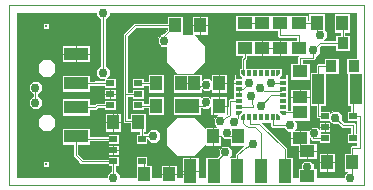
<source format=gbr>
G04 PROTEUS GERBER X2 FILE*
%TF.GenerationSoftware,Labcenter,Proteus,8.5-SP0-Build22067*%
%TF.CreationDate,2018-05-10T14:10:55+00:00*%
%TF.FileFunction,Copper,L1,Top*%
%TF.FilePolarity,Positive*%
%TF.Part,Single*%
%FSLAX45Y45*%
%MOMM*%
G01*
%TA.AperFunction,Conductor*%
%ADD10C,0.100000*%
%TA.AperFunction,ViaPad*%
%ADD11C,0.762000*%
%TA.AperFunction,SMDPad,CuDef*%
%ADD12R,2.000000X1.100000*%
%AMPPAD003*
4,1,20,
-0.063500,-0.038100,
-0.063500,0.038100,
-0.061540,0.048090,
-0.056160,0.056160,
-0.048090,0.061540,
-0.038100,0.063500,
0.038100,0.063500,
0.048090,0.061540,
0.056160,0.056160,
0.061540,0.048090,
0.063500,0.038100,
0.063500,-0.038100,
0.061540,-0.048090,
0.056160,-0.056160,
0.048090,-0.061540,
0.038100,-0.063500,
-0.038100,-0.063500,
-0.048090,-0.061540,
-0.056160,-0.056160,
-0.061540,-0.048090,
-0.063500,-0.038100,
0*%
%TA.AperFunction,WasherPad*%
%ADD13PPAD003*%
%TA.AperFunction,SMDPad,CuDef*%
%ADD14R,0.635000X0.508000*%
%ADD15R,1.016000X1.270000*%
%AMPPAD006*
4,1,5,
0.250000,0.150000,
0.250000,-0.150000,
-0.100000,-0.150000,
-0.250000,0.000000,
-0.250000,0.150000,
0.250000,0.150000,
0*%
%ADD16PPAD006*%
%ADD17R,0.550000X0.300000*%
%AMPPAD008*
4,1,5,
0.250000,-0.150000,
0.250000,0.150000,
-0.100000,0.150000,
-0.250000,0.000000,
-0.250000,-0.150000,
0.250000,-0.150000,
0*%
%ADD18PPAD008*%
%AMPPAD009*
4,1,5,
-0.150000,0.250000,
0.150000,0.250000,
0.150000,-0.100000,
0.000000,-0.250000,
-0.150000,-0.250000,
-0.150000,0.250000,
0*%
%ADD19PPAD009*%
%ADD70R,0.300000X0.550000*%
%AMPPAD011*
4,1,5,
0.150000,0.250000,
-0.150000,0.250000,
-0.150000,-0.100000,
0.000000,-0.250000,
0.150000,-0.250000,
0.150000,0.250000,
0*%
%ADD71PPAD011*%
%AMPPAD012*
4,1,5,
-0.250000,-0.150000,
-0.250000,0.150000,
0.100000,0.150000,
0.250000,0.000000,
0.250000,-0.150000,
-0.250000,-0.150000,
0*%
%ADD20PPAD012*%
%AMPPAD013*
4,1,5,
-0.250000,0.150000,
-0.250000,-0.150000,
0.100000,-0.150000,
0.250000,0.000000,
0.250000,0.150000,
-0.250000,0.150000,
0*%
%ADD21PPAD013*%
%AMPPAD014*
4,1,5,
0.150000,-0.250000,
-0.150000,-0.250000,
-0.150000,0.100000,
0.000000,0.250000,
0.150000,0.250000,
0.150000,-0.250000,
0*%
%ADD22PPAD014*%
%AMPPAD015*
4,1,5,
-0.150000,-0.250000,
0.150000,-0.250000,
0.150000,0.100000,
0.000000,0.250000,
-0.150000,0.250000,
-0.150000,-0.250000,
0*%
%ADD23PPAD015*%
%ADD24R,0.889000X1.016000*%
%ADD25R,1.016000X2.540000*%
%ADD26R,1.270000X1.016000*%
%ADD27R,1.100000X2.000000*%
%TA.AperFunction,Profile*%
%ADD28C,0.101600*%
G36*
X+1446500Y+317999D02*
X+1361831Y+317999D01*
X+1361831Y+181001D01*
X+1371501Y+181001D01*
X+1371501Y-94699D01*
X+1394141Y-94699D01*
X+1394141Y-130381D01*
X+1367391Y-130381D01*
X+1367391Y-216579D01*
X+1446500Y-216579D01*
X+1446500Y-320881D01*
X+1439539Y-320881D01*
X+1439539Y-244599D01*
X+1426241Y-231301D01*
X+1342901Y-231301D01*
X+1325506Y-213906D01*
X+1325799Y-213613D01*
X+1325799Y-167387D01*
X+1293113Y-134701D01*
X+1246887Y-134701D01*
X+1227529Y-154059D01*
X+1227529Y-130381D01*
X+1147739Y-130381D01*
X+1147739Y-94699D01*
X+1193539Y-94699D01*
X+1193539Y+181001D01*
X+1298169Y+181001D01*
X+1298169Y+317999D01*
X+1173871Y+317999D01*
X+1173871Y+272199D01*
X+1115639Y+272199D01*
X+1102341Y+258901D01*
X+1102341Y+194699D01*
X+1056541Y+194699D01*
X+1056541Y-94699D01*
X+1102341Y-94699D01*
X+1102341Y-182881D01*
X+1115639Y-196179D01*
X+1128631Y-196179D01*
X+1128631Y-216579D01*
X+1217167Y-216579D01*
X+1224949Y-224361D01*
X+1128631Y-224361D01*
X+1128631Y-284047D01*
X+1113376Y-268792D01*
X+1067150Y-268792D01*
X+1044441Y-291501D01*
X+930411Y-291501D01*
X+944799Y-277113D01*
X+944799Y-230887D01*
X+929051Y-215139D01*
X+1051199Y-215139D01*
X+1051199Y+55139D01*
X+888801Y+55139D01*
X+888801Y-123941D01*
X+870199Y-123941D01*
X+870199Y+132699D01*
X+867699Y+132699D01*
X+867699Y+182699D01*
X+820199Y+182699D01*
X+820199Y+230199D01*
X+770199Y+230199D01*
X+770199Y+232699D01*
X+512274Y+232699D01*
X+512274Y+293542D01*
X+522699Y+303967D01*
X+522699Y+331501D01*
X+568801Y+331501D01*
X+568801Y+328141D01*
X+731199Y+328141D01*
X+731199Y+331501D01*
X+951901Y+331501D01*
X+947301Y+326901D01*
X+947301Y+268499D01*
X+888801Y+268499D01*
X+888801Y+131501D01*
X+1051199Y+131501D01*
X+1051199Y+268499D01*
X+992699Y+268499D01*
X+992699Y+294801D01*
X+1088902Y+294801D01*
X+1102199Y+308098D01*
X+1102199Y+325201D01*
X+1102613Y+325201D01*
X+1135299Y+357887D01*
X+1135299Y+404113D01*
X+1135006Y+404406D01*
X+1147901Y+417301D01*
X+1267851Y+417301D01*
X+1267851Y+371501D01*
X+1392149Y+371501D01*
X+1392149Y+508499D01*
X+1352699Y+508499D01*
X+1352699Y+528801D01*
X+1391859Y+528801D01*
X+1391859Y+691199D01*
X+1254861Y+691199D01*
X+1254861Y+528801D01*
X+1307301Y+528801D01*
X+1307301Y+508499D01*
X+1267851Y+508499D01*
X+1267851Y+462699D01*
X+1176611Y+462699D01*
X+1198799Y+484887D01*
X+1198799Y+531113D01*
X+1178499Y+551413D01*
X+1178499Y+691199D01*
X+1041501Y+691199D01*
X+1041501Y+636059D01*
X+1041199Y+636059D01*
X+1041199Y+681859D01*
X+718801Y+681859D01*
X+718801Y+678499D01*
X+581199Y+678499D01*
X+581199Y+681859D01*
X+418801Y+681859D01*
X+418801Y+544861D01*
X+568801Y+544861D01*
X+568801Y+541501D01*
X+731199Y+541501D01*
X+731199Y+544861D01*
X+777301Y+544861D01*
X+777301Y+498599D01*
X+790599Y+485301D01*
X+937301Y+485301D01*
X+937301Y+468499D01*
X+718801Y+468499D01*
X+718801Y+465139D01*
X+581199Y+465139D01*
X+581199Y+468499D01*
X+418801Y+468499D01*
X+418801Y+331501D01*
X+477301Y+331501D01*
X+477301Y+322769D01*
X+466876Y+312344D01*
X+466876Y+230199D01*
X+454801Y+230199D01*
X+454801Y+182699D01*
X+407301Y+182699D01*
X+407301Y+132699D01*
X+404801Y+132699D01*
X+404801Y-27753D01*
X+369027Y-28205D01*
X+355971Y-41117D01*
X+353487Y-152887D01*
X+348499Y-156269D01*
X+348499Y-8801D01*
X+211501Y-8801D01*
X+211501Y-22589D01*
X+193113Y-4201D01*
X+146887Y-4201D01*
X+135139Y-15949D01*
X+135139Y-8801D01*
X-105139Y-8801D01*
X-105139Y-171199D01*
X+135139Y-171199D01*
X+135139Y-112699D01*
X+143787Y-112699D01*
X+146887Y-115799D01*
X+193113Y-115799D01*
X+211501Y-97411D01*
X+211501Y-171199D01*
X+266331Y-171199D01*
X+238689Y-198841D01*
X+238689Y-245067D01*
X+262423Y-268801D01*
X+162641Y-268801D01*
X+162641Y-275479D01*
X+69463Y-182301D01*
X-69463Y-182301D01*
X-167699Y-280537D01*
X-167699Y-419463D01*
X-69463Y-517699D01*
X+69463Y-517699D01*
X+162641Y-424521D01*
X+162641Y-431199D01*
X+299639Y-431199D01*
X+299639Y-343911D01*
X+329027Y-373299D01*
X+375253Y-373299D01*
X+375853Y-372699D01*
X+376001Y-372699D01*
X+376001Y-431199D01*
X+484701Y-431199D01*
X+417301Y-498599D01*
X+417301Y-522301D01*
X+376045Y-522301D01*
X+391454Y-506892D01*
X+391454Y-460666D01*
X+358768Y-427980D01*
X+312542Y-427980D01*
X+279856Y-460666D01*
X+279856Y-506892D01*
X+280149Y-507185D01*
X+265033Y-522301D01*
X+167301Y-522301D01*
X+167301Y-696500D01*
X+112699Y-696500D01*
X+112699Y-522301D01*
X-32699Y-522301D01*
X-32699Y-696500D01*
X-68141Y-696500D01*
X-68141Y-588801D01*
X-205139Y-588801D01*
X-205139Y-696500D01*
X-281501Y-696500D01*
X-281501Y-588801D01*
X-321791Y-588801D01*
X-321791Y-517401D01*
X-420689Y-517401D01*
X-420689Y-603599D01*
X-418499Y-603599D01*
X-418499Y-696500D01*
X-554201Y-696500D01*
X-554201Y-675387D01*
X-586887Y-642701D01*
X-587301Y-642701D01*
X-587301Y-603599D01*
X-560551Y-603599D01*
X-560551Y-517401D01*
X-659449Y-517401D01*
X-659449Y-537696D01*
X-870582Y-537318D01*
X-907301Y-500599D01*
X-907301Y-422699D01*
X-812301Y-422699D01*
X-812301Y-392700D01*
X-659449Y-392700D01*
X-659449Y-413099D01*
X-560551Y-413099D01*
X-560551Y-326901D01*
X-659449Y-326901D01*
X-659449Y-347302D01*
X-812301Y-347302D01*
X-812301Y-277301D01*
X-1047699Y-277301D01*
X-1047699Y-422699D01*
X-952699Y-422699D01*
X-952699Y-519401D01*
X-889419Y-582681D01*
X-659449Y-583122D01*
X-659449Y-603599D01*
X-632699Y-603599D01*
X-632699Y-642701D01*
X-633113Y-642701D01*
X-665799Y-675387D01*
X-665799Y-696500D01*
X-1426500Y-696500D01*
X-1426500Y+696500D01*
X-754299Y+696500D01*
X-754299Y+675387D01*
X-721613Y+642701D01*
X-721199Y+642701D01*
X-721199Y+246299D01*
X-721613Y+246299D01*
X-754299Y+213613D01*
X-754299Y+167387D01*
X-721613Y+134701D01*
X-689449Y+134701D01*
X-689449Y+126679D01*
X-767424Y+126678D01*
X-771403Y+122699D01*
X-812301Y+122699D01*
X-812301Y+172699D01*
X-1047699Y+172699D01*
X-1047699Y+27301D01*
X-812301Y+27301D01*
X-812301Y+77301D01*
X-752597Y+77301D01*
X-748618Y+81280D01*
X-689449Y+81281D01*
X-689449Y+60881D01*
X-590551Y+60881D01*
X-590551Y+147079D01*
X-663009Y+147079D01*
X-642701Y+167387D01*
X-642701Y+213613D01*
X-675387Y+246299D01*
X-675801Y+246299D01*
X-675801Y+642701D01*
X-675387Y+642701D01*
X-642701Y+675387D01*
X-642701Y+696500D01*
X+1446500Y+696500D01*
X+1446500Y+317999D01*
G37*
%LPC*%
G36*
X-812301Y-77301D02*
X-771403Y-77301D01*
X-757923Y-63821D01*
X-689449Y-63821D01*
X-689449Y-43421D01*
X-590551Y-43421D01*
X-590551Y-129619D01*
X-689449Y-129619D01*
X-689449Y-109219D01*
X-739117Y-109219D01*
X-752597Y-122699D01*
X-812301Y-122699D01*
X-812301Y-172699D01*
X-1047699Y-172699D01*
X-1047699Y-27301D01*
X-812301Y-27301D01*
X-812301Y-77301D01*
G37*
G36*
X-1047699Y+277301D02*
X-1047699Y+422699D01*
X-812301Y+422699D01*
X-812301Y+277301D01*
X-1047699Y+277301D01*
G37*
G36*
X-1149887Y-302699D02*
X-1210113Y-302699D01*
X-1252699Y-260113D01*
X-1252699Y-199887D01*
X-1210113Y-157301D01*
X-1149887Y-157301D01*
X-1107301Y-199887D01*
X-1107301Y-260113D01*
X-1149887Y-302699D01*
G37*
G36*
X-1149887Y+157301D02*
X-1210113Y+157301D01*
X-1252699Y+199887D01*
X-1252699Y+260113D01*
X-1210113Y+302699D01*
X-1149887Y+302699D01*
X-1107301Y+260113D01*
X-1107301Y+199887D01*
X-1149887Y+157301D01*
G37*
G36*
X-1204049Y-609049D02*
X-1204049Y-560951D01*
X-1155951Y-560951D01*
X-1155951Y-609049D01*
X-1204049Y-609049D01*
G37*
G36*
X-1204049Y+560951D02*
X-1204049Y+609049D01*
X-1155951Y+609049D01*
X-1155951Y+560951D01*
X-1204049Y+560951D01*
G37*
G36*
X-590551Y+53099D02*
X-590551Y-33099D01*
X-689449Y-33099D01*
X-689449Y+53099D01*
X-590551Y+53099D01*
G37*
G36*
X-181501Y-171199D02*
X-318499Y-171199D01*
X-318499Y-112699D01*
X-351791Y-112699D01*
X-351791Y-129619D01*
X-450689Y-129619D01*
X-450689Y-43421D01*
X-351791Y-43421D01*
X-351791Y-67301D01*
X-318499Y-67301D01*
X-318499Y-8801D01*
X-181501Y-8801D01*
X-181501Y-171199D01*
G37*
G36*
X+191859Y+508801D02*
X+78361Y+508801D01*
X+167699Y+419463D01*
X+167699Y+280537D01*
X+69463Y+182301D01*
X-69463Y+182301D01*
X-167699Y+280537D01*
X-167699Y+405440D01*
X-203442Y+405440D01*
X-236128Y+438126D01*
X-236128Y+484352D01*
X-203442Y+517038D01*
X-195062Y+517038D01*
X-158499Y+553601D01*
X-158499Y+567301D01*
X-416599Y+567301D01*
X-485301Y+498599D01*
X-485301Y+30159D01*
X-450689Y+30159D01*
X-450689Y+50559D01*
X-351791Y+50559D01*
X-351791Y-35639D01*
X-450689Y-35639D01*
X-450689Y-15240D01*
X-453901Y-15240D01*
X-453902Y-15239D01*
X-485301Y-15239D01*
X-485301Y-194761D01*
X-468499Y-194761D01*
X-468499Y-148801D01*
X-331501Y-148801D01*
X-331501Y-311199D01*
X-348541Y-311199D01*
X-348541Y-323306D01*
X-327172Y-323306D01*
X-327172Y-322892D01*
X-294486Y-290206D01*
X-248260Y-290206D01*
X-215574Y-322892D01*
X-215574Y-369118D01*
X-248260Y-401804D01*
X-294486Y-401804D01*
X-321791Y-374499D01*
X-321791Y-413099D01*
X-420689Y-413099D01*
X-420689Y-326901D01*
X-393939Y-326901D01*
X-393939Y-311199D01*
X-468499Y-311199D01*
X-468499Y-240159D01*
X-517401Y-240159D01*
X-530699Y-226861D01*
X-530699Y+517401D01*
X-435401Y+612699D01*
X-158499Y+612699D01*
X-158499Y+671199D01*
X-21501Y+671199D01*
X-21501Y+517699D01*
X+54861Y+517699D01*
X+54861Y+671199D01*
X+191859Y+671199D01*
X+191859Y+508801D01*
G37*
G36*
X-181501Y+18801D02*
X-318499Y+18801D01*
X-318499Y+77301D01*
X-351791Y+77301D01*
X-351791Y+60881D01*
X-450689Y+60881D01*
X-450689Y+147079D01*
X-351791Y+147079D01*
X-351791Y+122699D01*
X-318499Y+122699D01*
X-318499Y+181199D01*
X-181501Y+181199D01*
X-181501Y+18801D01*
G37*
G36*
X+351859Y+18801D02*
X+214861Y+18801D01*
X+214861Y+47049D01*
X+200913Y+33101D01*
X+154687Y+33101D01*
X+138499Y+49289D01*
X+138499Y+18801D01*
X-105139Y+18801D01*
X-105139Y+181199D01*
X+138499Y+181199D01*
X+138499Y+128511D01*
X+154687Y+144699D01*
X+200913Y+144699D01*
X+214861Y+130751D01*
X+214861Y+181199D01*
X+351859Y+181199D01*
X+351859Y+18801D01*
G37*
G36*
X-544861Y-311199D02*
X-681859Y-311199D01*
X-681859Y-148801D01*
X-544861Y-148801D01*
X-544861Y-311199D01*
G37*
G36*
X-560551Y-420881D02*
X-560551Y-507079D01*
X-659449Y-507079D01*
X-659449Y-420881D01*
X-560551Y-420881D01*
G37*
G36*
X-1214201Y+86613D02*
X-1214201Y+40387D01*
X-1246887Y+7701D01*
X-1247301Y+7701D01*
X-1247301Y-7701D01*
X-1246887Y-7701D01*
X-1214201Y-40387D01*
X-1214201Y-86613D01*
X-1246887Y-119299D01*
X-1293113Y-119299D01*
X-1325799Y-86613D01*
X-1325799Y-40387D01*
X-1293113Y-7701D01*
X-1292699Y-7701D01*
X-1292699Y+7701D01*
X-1293113Y+7701D01*
X-1325799Y+40387D01*
X-1325799Y+86613D01*
X-1293113Y+119299D01*
X-1246887Y+119299D01*
X-1214201Y+86613D01*
G37*
G36*
X-262810Y-644962D02*
X-262810Y-625038D01*
X-248722Y-610950D01*
X-228798Y-610950D01*
X-214710Y-625038D01*
X-214710Y-644962D01*
X-228798Y-659050D01*
X-248722Y-659050D01*
X-262810Y-644962D01*
G37*
G36*
X+945950Y+80038D02*
X+945950Y+99962D01*
X+960038Y+114050D01*
X+979962Y+114050D01*
X+994050Y+99962D01*
X+994050Y+80038D01*
X+979962Y+65950D01*
X+960038Y+65950D01*
X+945950Y+80038D01*
G37*
G36*
X+1060530Y-228402D02*
X+1060530Y-208478D01*
X+1074618Y-194390D01*
X+1094542Y-194390D01*
X+1108630Y-208478D01*
X+1108630Y-228402D01*
X+1094542Y-242490D01*
X+1074618Y-242490D01*
X+1060530Y-228402D01*
G37*
%LPD*%
G36*
X+1246887Y-246299D02*
X+1293113Y-246299D01*
X+1293406Y-246006D01*
X+1324099Y-276699D01*
X+1394141Y-276699D01*
X+1394141Y-320881D01*
X+1367391Y-320881D01*
X+1367391Y-407079D01*
X+1446500Y-407079D01*
X+1446500Y-421801D01*
X+1403959Y-421801D01*
X+1390661Y-435099D01*
X+1390661Y-488801D01*
X+1344861Y-488801D01*
X+1344861Y-651199D01*
X+1365389Y-651199D01*
X+1341201Y-675387D01*
X+1341201Y-696500D01*
X+1111199Y-696500D01*
X+1111199Y-614861D01*
X+1085799Y-614861D01*
X+1085799Y-586887D01*
X+1053113Y-554201D01*
X+1006887Y-554201D01*
X+974201Y-586887D01*
X+974201Y-614861D01*
X+948801Y-614861D01*
X+948801Y-696500D01*
X+912699Y-696500D01*
X+912699Y-522301D01*
X+862699Y-522301D01*
X+862699Y-450599D01*
X+644799Y-232699D01*
X+714802Y-232699D01*
X+714802Y-263401D01*
X+728100Y-276699D01*
X+833201Y-276699D01*
X+833201Y-277113D01*
X+865887Y-309799D01*
X+888801Y-309799D01*
X+888801Y-428499D01*
X+948801Y-428499D01*
X+948801Y-538499D01*
X+1111199Y-538499D01*
X+1111199Y-401501D01*
X+1051199Y-401501D01*
X+1051199Y-364439D01*
X+1054827Y-368067D01*
X+1054644Y-368829D01*
X+1068272Y-386679D01*
X+1128631Y-386679D01*
X+1128631Y-407079D01*
X+1227529Y-407079D01*
X+1227529Y-320881D01*
X+1146062Y-320881D01*
X+1146062Y-310559D01*
X+1227529Y-310559D01*
X+1227529Y-226941D01*
X+1246887Y-246299D01*
G37*
%LPC*%
G36*
X+1268499Y-651199D02*
X+1131501Y-651199D01*
X+1131501Y-488801D01*
X+1268499Y-488801D01*
X+1268499Y-651199D01*
G37*
%LPD*%
D10*
X-930000Y+100000D02*
X-762000Y+100000D01*
X-758021Y+103979D01*
X-640000Y+103980D01*
X-640000Y+103979D01*
X-930000Y-100000D02*
X-762000Y-100000D01*
X-748520Y-86520D01*
X-640000Y-86520D01*
X-401240Y-86520D02*
X-401240Y-90000D01*
X-250000Y-90000D01*
X-401240Y+103980D02*
X-401240Y+100000D01*
X-250000Y+100000D01*
X-371240Y-560500D02*
X-350000Y-560500D01*
X-350000Y-670000D01*
X+1125040Y+50000D02*
X+1125040Y+249500D01*
X+1236020Y+249500D01*
X+1125040Y+50000D02*
X+1125040Y-173480D01*
X+1178080Y-173480D01*
X+1110000Y+610000D02*
X+1110000Y+613360D01*
X+960000Y+613360D01*
X+960000Y+400000D02*
X+960000Y+508000D01*
X+800000Y+508000D01*
X+800000Y+613360D01*
X-1270000Y+63500D02*
X-1270000Y-63500D01*
X+487500Y+187500D02*
X+487500Y+187499D01*
X+500000Y+400000D02*
X+500000Y+313368D01*
X+489575Y+302943D01*
X+489575Y+189575D01*
X+487500Y+187500D01*
X+825000Y-150000D02*
X+825000Y-146640D01*
X+970000Y-146640D01*
X+650000Y+610000D02*
X+650000Y+613360D01*
X+500000Y+613360D01*
X+1330000Y+440000D02*
X+1138500Y+440000D01*
X+1079500Y+381000D01*
X+1079500Y+317500D02*
X+970000Y+317500D01*
X+970000Y+200000D01*
X+1330000Y+440000D02*
X+1330000Y+610000D01*
X+1323360Y+610000D01*
X+1079500Y+317500D02*
X+1079500Y+381000D01*
X-508000Y+7460D02*
X-508000Y+508000D01*
X-426000Y+590000D01*
X-90000Y+590000D01*
X-400000Y-230000D02*
X-400000Y-217460D01*
X-508000Y-217460D01*
X-508000Y+7460D01*
X-444500Y+7460D02*
X-508000Y+7460D01*
X-400000Y-230000D02*
X-371240Y-230000D01*
X-371240Y-370000D01*
X-401240Y+7460D02*
X-401240Y+7459D01*
X-444500Y+7459D01*
X-444500Y+7460D01*
X+737500Y-187500D02*
X+737501Y-187500D01*
X+537500Y-187500D02*
X+544115Y-194115D01*
X+544115Y-242120D01*
X+622120Y-242120D01*
X+840000Y-460000D01*
X+840000Y-640000D01*
X-640000Y+10000D02*
X-583250Y+9999D01*
X-583250Y-230000D01*
X-613360Y-230000D01*
X-640000Y+10000D02*
X-640000Y+48259D01*
X-571500Y+48259D01*
X-571500Y+635000D01*
X-508000Y+698500D01*
X+123360Y+698500D01*
X+123360Y+590000D01*
X-640000Y+9999D02*
X-640000Y+10000D01*
X-1055000Y+9999D01*
X-1055000Y+350000D01*
X-930000Y+350000D01*
X+800000Y+400000D02*
X+800000Y+317500D01*
X+879500Y+238000D01*
X+879500Y-13360D01*
X+970000Y-13360D01*
X-508000Y-463981D02*
X-610000Y-463980D01*
X-610000Y-463981D01*
X+123360Y+590000D02*
X+264860Y+590000D01*
X+346860Y+508000D01*
X+280000Y-90000D02*
X+280000Y+100000D01*
X+283360Y+100000D01*
X+650000Y+396640D02*
X+650000Y+508000D01*
X+346860Y+508000D01*
X+283360Y+100000D02*
X+283360Y+100001D01*
X+346860Y+508000D02*
X+283360Y+444500D01*
X+283360Y+100001D01*
X+381000Y+100001D01*
X+381001Y+100000D01*
X+450000Y+100000D01*
X-136640Y-670000D02*
X+10000Y-670000D01*
X+40000Y-640000D01*
X-698500Y+698500D02*
X-698500Y+190500D01*
X+487500Y-187500D02*
X+487501Y-187500D01*
X+450000Y-150000D02*
X+450001Y-150000D01*
X+66640Y-90000D02*
X-36640Y-90000D01*
X-930000Y-355000D02*
X-930000Y-350000D01*
X+1416840Y-173480D02*
X+1416840Y+50000D01*
X+1440000Y+50000D01*
X+1413360Y-570000D02*
X+1413360Y-444500D01*
X+1476755Y-444500D01*
X+1476755Y-173480D01*
X+1416840Y-173480D01*
X-698500Y-370001D02*
X-610000Y-370000D01*
X-610000Y-370001D01*
X+650000Y+396640D02*
X+796640Y+396640D01*
X+800000Y+400000D01*
X+1200000Y-570000D02*
X+1333500Y-570000D01*
X+1333500Y-320000D01*
X+1280000Y-270000D01*
X+1178080Y-267460D01*
X-930000Y-370001D02*
X-930000Y-355000D01*
X-698500Y-370001D02*
X-930000Y-370001D01*
X-610000Y-560500D02*
X-880000Y-560000D01*
X-930000Y-510000D01*
X-930000Y-370001D01*
X-610000Y-560500D02*
X-610000Y-698500D01*
X+1397000Y-698500D02*
X+1413360Y-682140D01*
X+1413360Y-570000D01*
X-508000Y-463981D02*
X-508000Y-290000D01*
X-550000Y-230000D01*
X-583250Y-230000D01*
X-36640Y+100000D02*
X+70000Y+100000D01*
X+970000Y-360000D02*
X+970000Y-410000D01*
X+1030000Y-470000D01*
X+1090000Y-267460D02*
X+1178080Y-267460D01*
X+1090000Y-267460D02*
X+970000Y-267460D01*
X+970000Y-360000D01*
X+825000Y+0D02*
X+726114Y+0D01*
X+637672Y-88442D01*
X+335655Y-483779D02*
X+240000Y-579434D01*
X+240000Y-630000D01*
X+240000Y-640000D01*
X+240000Y-579434D02*
X+240000Y-570000D01*
X+240000Y-579434D02*
X+240000Y-570000D01*
X+280000Y-90000D02*
X+231140Y-90000D01*
X+231140Y-350000D01*
X+640000Y-640000D02*
X+640000Y-317500D01*
X+590000Y-270000D01*
X+525780Y-269240D01*
X+508000Y-254000D01*
X+490000Y-240000D01*
X+487500Y-187500D01*
X-271373Y-346005D02*
X-347245Y-346005D01*
X-371240Y-370000D01*
X+450000Y+50000D02*
X+450000Y+0D01*
X+450000Y-100000D02*
X+571500Y-100000D01*
X+553720Y-5080D01*
X+177800Y+88900D02*
X+70000Y+63500D01*
X+70000Y+100000D01*
X+1030000Y-683360D02*
X+1030000Y-610000D01*
X+723900Y+104140D02*
X+825000Y+100000D01*
X+444500Y-350000D02*
X+364840Y-350000D01*
X+352140Y-337300D01*
X+352140Y-317500D01*
X-238760Y-635000D02*
X-254000Y-571500D01*
X-361519Y-463981D01*
X-508000Y-463981D01*
X-136640Y-670000D02*
X-219000Y-670000D01*
X-238760Y-635000D01*
X+440000Y-640000D02*
X+440000Y-508000D01*
X+503500Y-444500D01*
X+571500Y-414020D01*
X+410000Y-230000D02*
X+445161Y-190500D01*
X+445161Y-150000D01*
X+450000Y-150000D01*
X+1416840Y-363980D02*
X+1416840Y-254000D01*
X+1333500Y-254000D01*
X+1270000Y-190500D01*
X+889000Y-254000D02*
X+737501Y-254000D01*
X+737500Y-187500D01*
X+1110000Y+610000D02*
X+1110000Y+520700D01*
X+1122700Y+508000D01*
X+1143000Y+508000D01*
X+1090263Y-324591D02*
X+1079500Y-363980D01*
X+1178080Y-363980D01*
X+970000Y-13360D02*
X+970000Y+90000D01*
X+1084580Y-218440D02*
X+1087603Y-265063D01*
X+1090000Y-267460D01*
X+66640Y-90000D02*
X+164000Y-90000D01*
X+170000Y-60000D01*
X+294488Y-221954D02*
X+375920Y-165100D01*
X+378460Y-50800D01*
X+450000Y-50000D01*
X+635000Y+63500D02*
X+662940Y+35560D01*
X+810560Y+35560D01*
X+825000Y+50000D01*
X+450000Y+50000D02*
X+483532Y+50000D01*
X+533936Y+100404D01*
X-180329Y+461239D02*
X-180329Y+499671D01*
X-90000Y+590000D01*
D11*
X-1270000Y-63500D03*
X-1270000Y+63500D03*
X+1079500Y+381000D03*
X-698500Y+190500D03*
X+1397000Y-698500D03*
X-610000Y-698500D03*
X+637672Y-88442D03*
X+335655Y-483779D03*
X-271373Y-346005D03*
X+553720Y-5080D03*
X+177800Y+88900D03*
X+1030000Y-610000D03*
X-698500Y+698500D03*
X+723900Y+104140D03*
X+352140Y-317500D03*
X-238760Y-635000D03*
X+571500Y-414020D03*
X+410000Y-230000D03*
X+1270000Y-190500D03*
X+889000Y-254000D03*
X+1143000Y+508000D03*
X+1090263Y-324591D03*
X+970000Y+90000D03*
X+1084580Y-218440D03*
X+170000Y-60000D03*
X+294488Y-221954D03*
X+635000Y+63500D03*
X+533936Y+100404D03*
X-180329Y+461239D03*
D10*
X+1446500Y+317999D02*
X+1361831Y+317999D01*
X+1361831Y+181001D01*
X+1371501Y+181001D01*
X+1371501Y-94699D01*
X+1394141Y-94699D01*
X+1394141Y-130381D01*
X+1367391Y-130381D01*
X+1367391Y-216579D01*
X+1446500Y-216579D01*
X+1446500Y-320881D01*
X+1439539Y-320881D01*
X+1439539Y-244599D01*
X+1426241Y-231301D01*
X+1342901Y-231301D01*
X+1325506Y-213906D01*
X+1325799Y-213613D01*
X+1325799Y-167387D01*
X+1293113Y-134701D01*
X+1246887Y-134701D01*
X+1227529Y-154059D01*
X+1227529Y-130381D01*
X+1147739Y-130381D01*
X+1147739Y-94699D01*
X+1193539Y-94699D01*
X+1193539Y+181001D01*
X+1298169Y+181001D01*
X+1298169Y+317999D01*
X+1173871Y+317999D01*
X+1173871Y+272199D01*
X+1115639Y+272199D01*
X+1102341Y+258901D01*
X+1102341Y+194699D01*
X+1056541Y+194699D01*
X+1056541Y-94699D01*
X+1102341Y-94699D01*
X+1102341Y-182881D01*
X+1115639Y-196179D01*
X+1128631Y-196179D01*
X+1128631Y-216579D01*
X+1217167Y-216579D01*
X+1224949Y-224361D01*
X+1128631Y-224361D01*
X+1128631Y-284047D01*
X+1113376Y-268792D01*
X+1067150Y-268792D01*
X+1044441Y-291501D01*
X+930411Y-291501D01*
X+944799Y-277113D01*
X+944799Y-230887D01*
X+929051Y-215139D01*
X+1051199Y-215139D01*
X+1051199Y+55139D01*
X+888801Y+55139D01*
X+888801Y-123941D01*
X+870199Y-123941D01*
X+870199Y+132699D01*
X+867699Y+132699D01*
X+867699Y+182699D01*
X+820199Y+182699D01*
X+820199Y+230199D01*
X+770199Y+230199D01*
X+770199Y+232699D01*
X+512274Y+232699D01*
X+512274Y+293542D01*
X+522699Y+303967D01*
X+522699Y+331501D01*
X+568801Y+331501D01*
X+568801Y+328141D01*
X+731199Y+328141D01*
X+731199Y+331501D01*
X+951901Y+331501D01*
X+947301Y+326901D01*
X+947301Y+268499D01*
X+888801Y+268499D01*
X+888801Y+131501D01*
X+1051199Y+131501D01*
X+1051199Y+268499D01*
X+992699Y+268499D01*
X+992699Y+294801D01*
X+1088902Y+294801D01*
X+1102199Y+308098D01*
X+1102199Y+325201D01*
X+1102613Y+325201D01*
X+1135299Y+357887D01*
X+1135299Y+404113D01*
X+1135006Y+404406D01*
X+1147901Y+417301D01*
X+1267851Y+417301D01*
X+1267851Y+371501D01*
X+1392149Y+371501D01*
X+1392149Y+508499D01*
X+1352699Y+508499D01*
X+1352699Y+528801D01*
X+1391859Y+528801D01*
X+1391859Y+691199D01*
X+1254861Y+691199D01*
X+1254861Y+528801D01*
X+1307301Y+528801D01*
X+1307301Y+508499D01*
X+1267851Y+508499D01*
X+1267851Y+462699D01*
X+1176611Y+462699D01*
X+1198799Y+484887D01*
X+1198799Y+531113D01*
X+1178499Y+551413D01*
X+1178499Y+691199D01*
X+1041501Y+691199D01*
X+1041501Y+636059D01*
X+1041199Y+636059D01*
X+1041199Y+681859D01*
X+718801Y+681859D01*
X+718801Y+678499D01*
X+581199Y+678499D01*
X+581199Y+681859D01*
X+418801Y+681859D01*
X+418801Y+544861D01*
X+568801Y+544861D01*
X+568801Y+541501D01*
X+731199Y+541501D01*
X+731199Y+544861D01*
X+777301Y+544861D01*
X+777301Y+498599D01*
X+790599Y+485301D01*
X+937301Y+485301D01*
X+937301Y+468499D01*
X+718801Y+468499D01*
X+718801Y+465139D01*
X+581199Y+465139D01*
X+581199Y+468499D01*
X+418801Y+468499D01*
X+418801Y+331501D01*
X+477301Y+331501D01*
X+477301Y+322769D01*
X+466876Y+312344D01*
X+466876Y+230199D01*
X+454801Y+230199D01*
X+454801Y+182699D01*
X+407301Y+182699D01*
X+407301Y+132699D01*
X+404801Y+132699D01*
X+404801Y-27753D01*
X+369027Y-28205D01*
X+355971Y-41117D01*
X+353487Y-152887D01*
X+348499Y-156269D01*
X+348499Y-8801D01*
X+211501Y-8801D01*
X+211501Y-22589D01*
X+193113Y-4201D01*
X+146887Y-4201D01*
X+135139Y-15949D01*
X+135139Y-8801D01*
X-105139Y-8801D01*
X-105139Y-171199D01*
X+135139Y-171199D01*
X+135139Y-112699D01*
X+143787Y-112699D01*
X+146887Y-115799D01*
X+193113Y-115799D01*
X+211501Y-97411D01*
X+211501Y-171199D01*
X+266331Y-171199D01*
X+238689Y-198841D01*
X+238689Y-245067D01*
X+262423Y-268801D01*
X+162641Y-268801D01*
X+162641Y-275479D01*
X+69463Y-182301D01*
X-69463Y-182301D01*
X-167699Y-280537D01*
X-167699Y-419463D01*
X-69463Y-517699D01*
X+69463Y-517699D01*
X+162641Y-424521D01*
X+162641Y-431199D01*
X+299639Y-431199D01*
X+299639Y-343911D01*
X+329027Y-373299D01*
X+375253Y-373299D01*
X+375853Y-372699D01*
X+376001Y-372699D01*
X+376001Y-431199D01*
X+484701Y-431199D01*
X+417301Y-498599D01*
X+417301Y-522301D01*
X+376045Y-522301D01*
X+391454Y-506892D01*
X+391454Y-460666D01*
X+358768Y-427980D01*
X+312542Y-427980D01*
X+279856Y-460666D01*
X+279856Y-506892D01*
X+280149Y-507185D01*
X+265033Y-522301D01*
X+167301Y-522301D01*
X+167301Y-696500D01*
X+112699Y-696500D01*
X+112699Y-522301D01*
X-32699Y-522301D01*
X-32699Y-696500D01*
X-68141Y-696500D01*
X-68141Y-588801D01*
X-205139Y-588801D01*
X-205139Y-696500D01*
X-281501Y-696500D01*
X-281501Y-588801D01*
X-321791Y-588801D01*
X-321791Y-517401D01*
X-420689Y-517401D01*
X-420689Y-603599D01*
X-418499Y-603599D01*
X-418499Y-696500D01*
X-554201Y-696500D01*
X-554201Y-675387D01*
X-586887Y-642701D01*
X-587301Y-642701D01*
X-587301Y-603599D01*
X-560551Y-603599D01*
X-560551Y-517401D01*
X-659449Y-517401D01*
X-659449Y-537696D01*
X-870582Y-537318D01*
X-907301Y-500599D01*
X-907301Y-422699D01*
X-812301Y-422699D01*
X-812301Y-392700D01*
X-659449Y-392700D01*
X-659449Y-413099D01*
X-560551Y-413099D01*
X-560551Y-326901D01*
X-659449Y-326901D01*
X-659449Y-347302D01*
X-812301Y-347302D01*
X-812301Y-277301D01*
X-1047699Y-277301D01*
X-1047699Y-422699D01*
X-952699Y-422699D01*
X-952699Y-519401D01*
X-889419Y-582681D01*
X-659449Y-583122D01*
X-659449Y-603599D01*
X-632699Y-603599D01*
X-632699Y-642701D01*
X-633113Y-642701D01*
X-665799Y-675387D01*
X-665799Y-696500D01*
X-1426500Y-696500D01*
X-1426500Y+696500D01*
X-754299Y+696500D01*
X-754299Y+675387D01*
X-721613Y+642701D01*
X-721199Y+642701D01*
X-721199Y+246299D01*
X-721613Y+246299D01*
X-754299Y+213613D01*
X-754299Y+167387D01*
X-721613Y+134701D01*
X-689449Y+134701D01*
X-689449Y+126679D01*
X-767424Y+126678D01*
X-771403Y+122699D01*
X-812301Y+122699D01*
X-812301Y+172699D01*
X-1047699Y+172699D01*
X-1047699Y+27301D01*
X-812301Y+27301D01*
X-812301Y+77301D01*
X-752597Y+77301D01*
X-748618Y+81280D01*
X-689449Y+81281D01*
X-689449Y+60881D01*
X-590551Y+60881D01*
X-590551Y+147079D01*
X-663009Y+147079D01*
X-642701Y+167387D01*
X-642701Y+213613D01*
X-675387Y+246299D01*
X-675801Y+246299D01*
X-675801Y+642701D01*
X-675387Y+642701D01*
X-642701Y+675387D01*
X-642701Y+696500D01*
X+1446500Y+696500D01*
X+1446500Y+317999D01*
X-812301Y-77301D02*
X-771403Y-77301D01*
X-757923Y-63821D01*
X-689449Y-63821D01*
X-689449Y-43421D01*
X-590551Y-43421D01*
X-590551Y-129619D01*
X-689449Y-129619D01*
X-689449Y-109219D01*
X-739117Y-109219D01*
X-752597Y-122699D01*
X-812301Y-122699D01*
X-812301Y-172699D01*
X-1047699Y-172699D01*
X-1047699Y-27301D01*
X-812301Y-27301D01*
X-812301Y-77301D01*
X-1047699Y+277301D02*
X-1047699Y+422699D01*
X-812301Y+422699D01*
X-812301Y+277301D01*
X-1047699Y+277301D01*
X-1149887Y-302699D02*
X-1210113Y-302699D01*
X-1252699Y-260113D01*
X-1252699Y-199887D01*
X-1210113Y-157301D01*
X-1149887Y-157301D01*
X-1107301Y-199887D01*
X-1107301Y-260113D01*
X-1149887Y-302699D01*
X-1149887Y+157301D02*
X-1210113Y+157301D01*
X-1252699Y+199887D01*
X-1252699Y+260113D01*
X-1210113Y+302699D01*
X-1149887Y+302699D01*
X-1107301Y+260113D01*
X-1107301Y+199887D01*
X-1149887Y+157301D01*
X-1204049Y-609049D02*
X-1204049Y-560951D01*
X-1155951Y-560951D01*
X-1155951Y-609049D01*
X-1204049Y-609049D01*
X-1204049Y+560951D02*
X-1204049Y+609049D01*
X-1155951Y+609049D01*
X-1155951Y+560951D01*
X-1204049Y+560951D01*
X-590551Y+53099D02*
X-590551Y-33099D01*
X-689449Y-33099D01*
X-689449Y+53099D01*
X-590551Y+53099D01*
X-181501Y-171199D02*
X-318499Y-171199D01*
X-318499Y-112699D01*
X-351791Y-112699D01*
X-351791Y-129619D01*
X-450689Y-129619D01*
X-450689Y-43421D01*
X-351791Y-43421D01*
X-351791Y-67301D01*
X-318499Y-67301D01*
X-318499Y-8801D01*
X-181501Y-8801D01*
X-181501Y-171199D01*
X+191859Y+508801D02*
X+78361Y+508801D01*
X+167699Y+419463D01*
X+167699Y+280537D01*
X+69463Y+182301D01*
X-69463Y+182301D01*
X-167699Y+280537D01*
X-167699Y+405440D01*
X-203442Y+405440D01*
X-236128Y+438126D01*
X-236128Y+484352D01*
X-203442Y+517038D01*
X-195062Y+517038D01*
X-158499Y+553601D01*
X-158499Y+567301D01*
X-416599Y+567301D01*
X-485301Y+498599D01*
X-485301Y+30159D01*
X-450689Y+30159D01*
X-450689Y+50559D01*
X-351791Y+50559D01*
X-351791Y-35639D01*
X-450689Y-35639D01*
X-450689Y-15240D01*
X-453901Y-15240D01*
X-453902Y-15239D01*
X-485301Y-15239D01*
X-485301Y-194761D01*
X-468499Y-194761D01*
X-468499Y-148801D01*
X-331501Y-148801D01*
X-331501Y-311199D01*
X-348541Y-311199D01*
X-348541Y-323306D01*
X-327172Y-323306D01*
X-327172Y-322892D01*
X-294486Y-290206D01*
X-248260Y-290206D01*
X-215574Y-322892D01*
X-215574Y-369118D01*
X-248260Y-401804D01*
X-294486Y-401804D01*
X-321791Y-374499D01*
X-321791Y-413099D01*
X-420689Y-413099D01*
X-420689Y-326901D01*
X-393939Y-326901D01*
X-393939Y-311199D01*
X-468499Y-311199D01*
X-468499Y-240159D01*
X-517401Y-240159D01*
X-530699Y-226861D01*
X-530699Y+517401D01*
X-435401Y+612699D01*
X-158499Y+612699D01*
X-158499Y+671199D01*
X-21501Y+671199D01*
X-21501Y+517699D01*
X+54861Y+517699D01*
X+54861Y+671199D01*
X+191859Y+671199D01*
X+191859Y+508801D01*
X-181501Y+18801D02*
X-318499Y+18801D01*
X-318499Y+77301D01*
X-351791Y+77301D01*
X-351791Y+60881D01*
X-450689Y+60881D01*
X-450689Y+147079D01*
X-351791Y+147079D01*
X-351791Y+122699D01*
X-318499Y+122699D01*
X-318499Y+181199D01*
X-181501Y+181199D01*
X-181501Y+18801D01*
X+351859Y+18801D02*
X+214861Y+18801D01*
X+214861Y+47049D01*
X+200913Y+33101D01*
X+154687Y+33101D01*
X+138499Y+49289D01*
X+138499Y+18801D01*
X-105139Y+18801D01*
X-105139Y+181199D01*
X+138499Y+181199D01*
X+138499Y+128511D01*
X+154687Y+144699D01*
X+200913Y+144699D01*
X+214861Y+130751D01*
X+214861Y+181199D01*
X+351859Y+181199D01*
X+351859Y+18801D01*
X-544861Y-311199D02*
X-681859Y-311199D01*
X-681859Y-148801D01*
X-544861Y-148801D01*
X-544861Y-311199D01*
X-560551Y-420881D02*
X-560551Y-507079D01*
X-659449Y-507079D01*
X-659449Y-420881D01*
X-560551Y-420881D01*
X-1214201Y+86613D02*
X-1214201Y+40387D01*
X-1246887Y+7701D01*
X-1247301Y+7701D01*
X-1247301Y-7701D01*
X-1246887Y-7701D01*
X-1214201Y-40387D01*
X-1214201Y-86613D01*
X-1246887Y-119299D01*
X-1293113Y-119299D01*
X-1325799Y-86613D01*
X-1325799Y-40387D01*
X-1293113Y-7701D01*
X-1292699Y-7701D01*
X-1292699Y+7701D01*
X-1293113Y+7701D01*
X-1325799Y+40387D01*
X-1325799Y+86613D01*
X-1293113Y+119299D01*
X-1246887Y+119299D01*
X-1214201Y+86613D01*
X-262810Y-644962D02*
X-262810Y-625038D01*
X-248722Y-610950D01*
X-228798Y-610950D01*
X-214710Y-625038D01*
X-214710Y-644962D01*
X-228798Y-659050D01*
X-248722Y-659050D01*
X-262810Y-644962D01*
X+945950Y+80038D02*
X+945950Y+99962D01*
X+960038Y+114050D01*
X+979962Y+114050D01*
X+994050Y+99962D01*
X+994050Y+80038D01*
X+979962Y+65950D01*
X+960038Y+65950D01*
X+945950Y+80038D01*
X+1060530Y-228402D02*
X+1060530Y-208478D01*
X+1074618Y-194390D01*
X+1094542Y-194390D01*
X+1108630Y-208478D01*
X+1108630Y-228402D01*
X+1094542Y-242490D01*
X+1074618Y-242490D01*
X+1060530Y-228402D01*
X+1246887Y-246299D02*
X+1293113Y-246299D01*
X+1293406Y-246006D01*
X+1324099Y-276699D01*
X+1394141Y-276699D01*
X+1394141Y-320881D01*
X+1367391Y-320881D01*
X+1367391Y-407079D01*
X+1446500Y-407079D01*
X+1446500Y-421801D01*
X+1403959Y-421801D01*
X+1390661Y-435099D01*
X+1390661Y-488801D01*
X+1344861Y-488801D01*
X+1344861Y-651199D01*
X+1365389Y-651199D01*
X+1341201Y-675387D01*
X+1341201Y-696500D01*
X+1111199Y-696500D01*
X+1111199Y-614861D01*
X+1085799Y-614861D01*
X+1085799Y-586887D01*
X+1053113Y-554201D01*
X+1006887Y-554201D01*
X+974201Y-586887D01*
X+974201Y-614861D01*
X+948801Y-614861D01*
X+948801Y-696500D01*
X+912699Y-696500D01*
X+912699Y-522301D01*
X+862699Y-522301D01*
X+862699Y-450599D01*
X+644799Y-232699D01*
X+714802Y-232699D01*
X+714802Y-263401D01*
X+728100Y-276699D01*
X+833201Y-276699D01*
X+833201Y-277113D01*
X+865887Y-309799D01*
X+888801Y-309799D01*
X+888801Y-428499D01*
X+948801Y-428499D01*
X+948801Y-538499D01*
X+1111199Y-538499D01*
X+1111199Y-401501D01*
X+1051199Y-401501D01*
X+1051199Y-364439D01*
X+1054827Y-368067D01*
X+1054644Y-368829D01*
X+1068272Y-386679D01*
X+1128631Y-386679D01*
X+1128631Y-407079D01*
X+1227529Y-407079D01*
X+1227529Y-320881D01*
X+1146062Y-320881D01*
X+1146062Y-310559D01*
X+1227529Y-310559D01*
X+1227529Y-226941D01*
X+1246887Y-246299D01*
X+1268499Y-651199D02*
X+1131501Y-651199D01*
X+1131501Y-488801D01*
X+1268499Y-488801D01*
X+1268499Y-651199D01*
X-930000Y+277301D02*
X-930000Y+350000D01*
X-930000Y+422699D02*
X-930000Y+350000D01*
X-812301Y+350000D02*
X-930000Y+350000D01*
X-1047699Y+350000D02*
X-930000Y+350000D01*
X-640000Y+53099D02*
X-640000Y+10000D01*
X-640000Y-33099D02*
X-640000Y+10000D01*
X-689449Y+10000D02*
X-640000Y+10000D01*
X-590551Y+10000D02*
X-640000Y+10000D01*
X+348499Y-90000D02*
X+280000Y-90000D01*
X+280000Y-8801D02*
X+280000Y-90000D01*
X+351859Y+100000D02*
X+283360Y+100000D01*
X+283360Y+18801D02*
X+283360Y+100000D01*
X+283360Y+181199D02*
X+283360Y+100000D01*
X+404801Y+100000D02*
X+450000Y+100000D01*
X-544861Y-230000D02*
X-613360Y-230000D01*
X-681859Y-230000D02*
X-613360Y-230000D01*
X-613360Y-148801D02*
X-613360Y-230000D01*
X-613360Y-311199D02*
X-613360Y-230000D01*
X-610000Y-420881D02*
X-610000Y-463980D01*
X-610000Y-507079D02*
X-610000Y-463980D01*
X-659449Y-463980D02*
X-610000Y-463980D01*
X-560551Y-463980D02*
X-610000Y-463980D01*
X-205139Y-670000D02*
X-136640Y-670000D01*
X-68141Y-670000D02*
X-136640Y-670000D01*
X-136640Y-588801D02*
X-136640Y-670000D01*
X+1268499Y-570000D02*
X+1200000Y-570000D01*
X+1131501Y-570000D02*
X+1200000Y-570000D01*
X+1200000Y-488801D02*
X+1200000Y-570000D01*
X+1200000Y-651199D02*
X+1200000Y-570000D01*
X+1178080Y-224361D02*
X+1178080Y-267460D01*
X+1178080Y-310559D02*
X+1178080Y-267460D01*
X+1128631Y-267460D02*
X+1178080Y-267460D01*
X+1227529Y-267460D02*
X+1178080Y-267460D01*
X+970000Y+55139D02*
X+970000Y-13360D01*
X+888801Y-13360D02*
X+970000Y-13360D01*
X+1051199Y-13360D02*
X+970000Y-13360D01*
X+800000Y+468499D02*
X+800000Y+400000D01*
X+800000Y+331501D02*
X+800000Y+400000D01*
X+299639Y-350000D02*
X+231140Y-350000D01*
X+231140Y-268801D02*
X+231140Y-350000D01*
X+231140Y-431199D02*
X+231140Y-350000D01*
X+650000Y+465139D02*
X+650000Y+396640D01*
X+650000Y+328141D02*
X+650000Y+396640D01*
X+54861Y+590000D02*
X+123360Y+590000D01*
X+191859Y+590000D02*
X+123360Y+590000D01*
X+123360Y+508801D02*
X+123360Y+590000D01*
X+123360Y+671199D02*
X+123360Y+590000D01*
X+1030000Y-538499D02*
X+1030000Y-470000D01*
X+1111199Y-470000D02*
X+1030000Y-470000D01*
X+948801Y-470000D02*
X+1030000Y-470000D01*
X+970000Y-291501D02*
X+970000Y-360000D01*
X+888801Y-360000D02*
X+970000Y-360000D01*
X-32699Y-640000D02*
X+40000Y-640000D01*
X+112699Y-640000D02*
X+40000Y-640000D01*
X+40000Y-522301D02*
X+40000Y-640000D01*
X-32699Y-640000D02*
X+40000Y-640000D01*
X+112699Y-640000D02*
X+40000Y-640000D01*
X+40000Y-522301D02*
X+40000Y-640000D01*
D12*
X-930000Y-350000D03*
X-930000Y-100000D03*
X-930000Y+100000D03*
X-930000Y+350000D03*
D13*
X-1180000Y-585000D03*
X-1180000Y+585000D03*
D14*
X-640000Y+103980D03*
X-640000Y+10000D03*
X-640000Y-86520D03*
X-401240Y-86520D03*
X-401240Y+7460D03*
X-401240Y+103980D03*
D15*
X-250000Y+100000D03*
X-36640Y+100000D03*
X-250000Y-90000D03*
X-36640Y-90000D03*
X+66640Y-90000D03*
X+280000Y-90000D03*
X+70000Y+100000D03*
X+283360Y+100000D03*
D16*
X+825000Y-150000D03*
D17*
X+825000Y-100000D03*
X+825000Y-50000D03*
X+825000Y+0D03*
X+825000Y+50000D03*
X+825000Y+100000D03*
D18*
X+825000Y+150000D03*
D19*
X+787500Y+187500D03*
D70*
X+737500Y+187500D03*
X+687500Y+187500D03*
X+637500Y+187500D03*
X+587500Y+187500D03*
X+537500Y+187500D03*
D71*
X+487500Y+187500D03*
D20*
X+450000Y+150000D03*
D17*
X+450000Y+100000D03*
X+450000Y+50000D03*
X+450000Y+0D03*
X+450000Y-50000D03*
X+450000Y-100000D03*
D21*
X+450000Y-150000D03*
D22*
X+487500Y-187500D03*
D70*
X+537500Y-187500D03*
X+587500Y-187500D03*
X+637500Y-187500D03*
X+687500Y-187500D03*
X+737500Y-187500D03*
D23*
X+787500Y-187500D03*
D15*
X-400000Y-230000D03*
X-613360Y-230000D03*
D14*
X-610000Y-370000D03*
X-610000Y-463980D03*
X-610000Y-560500D03*
X-371240Y-560500D03*
X-371240Y-370000D03*
D15*
X-350000Y-670000D03*
X-136640Y-670000D03*
X+1413360Y-570000D03*
X+1200000Y-570000D03*
D14*
X+1178080Y-173480D03*
X+1178080Y-267460D03*
X+1178080Y-363980D03*
X+1416840Y-363980D03*
X+1416840Y-173480D03*
D24*
X+1330000Y+440000D03*
X+1236020Y+249500D03*
X+1423980Y+249500D03*
D25*
X+1440000Y+50000D03*
X+1125040Y+50000D03*
D26*
X+970000Y+200000D03*
X+970000Y-13360D03*
D15*
X+1323360Y+610000D03*
X+1110000Y+610000D03*
D26*
X+960000Y+613360D03*
X+960000Y+400000D03*
X+800000Y+613360D03*
X+800000Y+400000D03*
D15*
X+444500Y-350000D03*
X+231140Y-350000D03*
D26*
X+650000Y+610000D03*
X+650000Y+396640D03*
X+500000Y+400000D03*
X+500000Y+613360D03*
D15*
X-90000Y+590000D03*
X+123360Y+590000D03*
D26*
X+1030000Y-683360D03*
X+1030000Y-470000D03*
X+970000Y-146640D03*
X+970000Y-360000D03*
D27*
X+40000Y-640000D03*
X+40000Y-640000D03*
X+240000Y-640000D03*
X+440000Y-640000D03*
X+640000Y-640000D03*
X+840000Y-640000D03*
D28*
X-1490000Y-760000D02*
X+1510000Y-760000D01*
X+1510000Y+760000D01*
X-1490000Y+760000D01*
X-1490000Y-760000D01*
M02*

</source>
